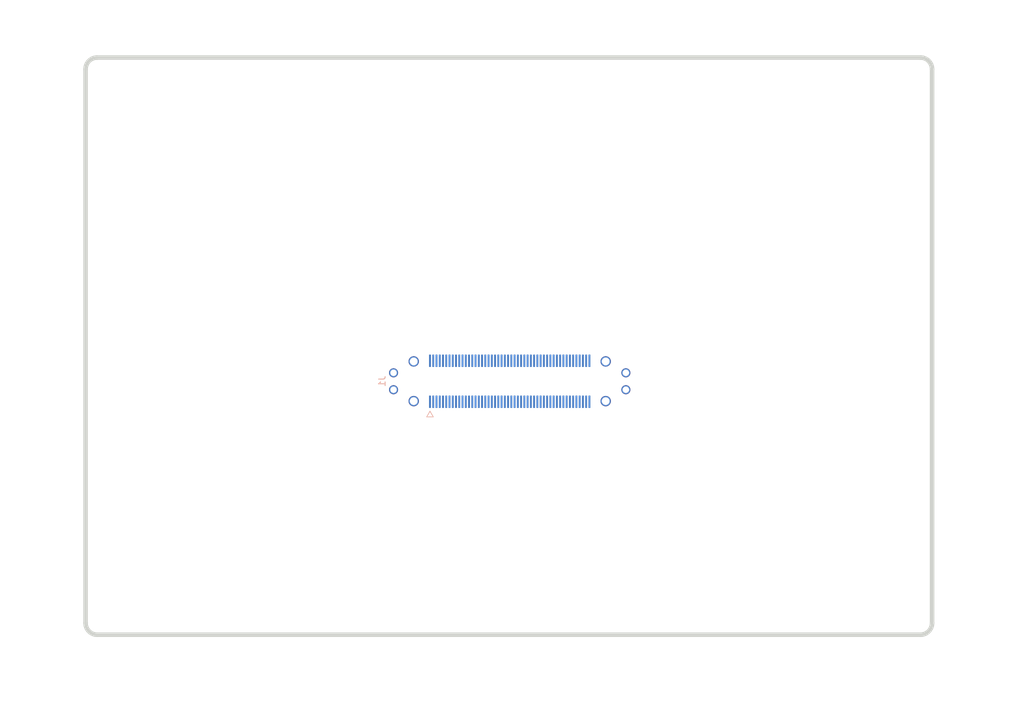
<source format=kicad_pcb>
(kicad_pcb (version 20211014) (generator pcbnew)
  (layers (0 "F.Cu" signal) (31 "B.Cu" signal) (34 "B.Paste" user) (35 "F.Paste" user) (36 "B.SilkS" user "B.Silkscreen") (37 "F.SilkS" user "F.Silkscreen") (38 "B.Mask" user) (39 "F.Mask" user) (44 "Edge.Cuts" user))
  (net 0 "")
  (net 1 "+3V3")
  (net 2 "/nPi_GPIO2")
  (net 3 "/PCIE_CLK_P")
  (net 4 "/nPi_GPIO3")
  (net 5 "/PCIE_CLK_N")
  (net 6 "/nPi_ID_SD")
  (net 7 "/nPi_ID_SC")
  (net 8 "/PCIE_RX_P")
  (net 9 "/PCIE_RX_N")
  (net 10 "/nPi_GPIO10")
  (net 11 "/nPi_GPIO9")
  (net 12 "/PCIE_TX_P")
  (net 13 "/nPi_GPIO11")
  (net 14 "/PCIE_TX_N")
  (net 15 "/nPi_GPIO8")
  (net 16 "/nPi_GPIO7")
  (net 17 "/PCIE_nRST")
  (net 18 "/PCIE_CLK_NREQ")
  (net 19 "/nPi_GPIO20")
  (net 20 "/nPi_GPIO19")
  (net 22 "/nPi_GPIO21")
  (net 24 "/nPi_GPIO17")
  (net 25 "/nPi_GPIO18")
  (net 27 "/nPi_GPIO16")
  (net 35 "/nPi_GPIO14")
  (net 37 "/nPi_GPIO15")
  (net 41 "/HUB_DM4")
  (net 42 "/nPi_GPIO4")
  (net 43 "/HUB_DP4")
  (net 44 "/nPi_GPIO5")
  (net 45 "/nPi_")
  (net 46 "/USB4_VBUS_EN")
  (net 47 "/nPi_GPIO12")
  (net 48 "/USB4_OVRCURn")
  (net 49 "/nPi_GPIO13")
  (net 51 "/nPi_GPIO22")
  (net 53 "/nPi_GPIO23")
  (net 54 "/nPi_GPIO24")
  (net 56 "/nPi_GPIO25")
  (net 58 "/nPi_GPIO26")
  (net 59 "/nPi_GPIO27")
  (net 60 "/nPIBOOT")
  (net 61 "/GLOBAL_EN")
  (net 63 "/RUN_PG")
  (net 72 "/TCT1")
  (net 76 "/TCT2")
  (net 80 "/TCT3")
  (net 83 "/DC_IN")
  (net 84 "/TCT4")
  (footprint "local:MountingHole_4.3mm_M4_NoCu" (layer "F.Cu") (at 60.999973 37 180)
    (fp_text reference "REF**" hide)
    (fp_text value "MountingHole_4.3mm_M4_NoCu")
    (pad "" np_thru_hole circle (at 0 0 180) (size 4.3 4.3) (drill 4.3) (layers *.Cu *.Mask))
  )
  (footprint "local:MountingHole_4.3mm_M4_NoCu" (layer "F.Cu") (at -61.000027 -37 180)
    (fp_text reference "REF**" hide)
    (fp_text value "MountingHole_4.3mm_M4_NoCu")
    (pad "" np_thru_hole circle (at 0 0 180) (size 4.3 4.3) (drill 4.3) (layers *.Cu *.Mask))
  )
  (footprint "local:MountingHole_4.3mm_M4_NoCu" (layer "F.Cu") (at 40.863946 5.4 180)
    (fp_text reference "REF**" hide)
    (fp_text value "MountingHole_4.3mm_M4_NoCu")
    (pad "" np_thru_hole circle (at 0 0 180) (size 4.3 4.3) (drill 4.3) (layers *.Cu *.Mask))
  )
  (footprint "local:MountingHole_4.3mm_M4_NoCu" (layer "F.Cu") (at -40.864 5.4 180)
    (fp_text reference "REF**" hide)
    (fp_text value "MountingHole_4.3mm_M4_NoCu")
    (pad "" np_thru_hole circle (at 0 0 180) (size 4.3 4.3) (drill 4.3) (layers *.Cu *.Mask))
  )
  (footprint "local:MountingHole_4.3mm_M4_NoCu" (layer "F.Cu") (at 60.999973 -37 180)
    (fp_text reference "REF**" hide)
    (fp_text value "MountingHole_4.3mm_M4_NoCu")
    (pad "" np_thru_hole circle (at 0 0 180) (size 4.3 4.3) (drill 4.3) (layers *.Cu *.Mask))
  )
  (footprint "local:MountingHole_4.3mm_M4_NoCu" (layer "F.Cu") (at -61.000027 37 180)
    (fp_text reference "REF**" hide)
    (fp_text value "MountingHole_4.3mm_M4_NoCu")
    (pad "" np_thru_hole circle (at 0 0 180) (size 4.3 4.3) (drill 4.3) (layers *.Cu *.Mask))
  )
  (footprint "local:FX23-100S" (layer "B.Cu") (at 0.136 5.4)
    (fp_text reference "J1" (at -19.6 0 90) (layer "B.SilkS") (effects (justify mirror)))
    (fp_text value "Hirose-FX23-100-reTerminal")
    (fp_line (start -12.25 4.599999) (end -11.75 5.465999) (layer "B.SilkS") (width 0.12))
    (fp_line (start -12.25 4.599999) (end -12.75 5.465999) (layer "B.SilkS") (width 0.12))
    (fp_line (start -12.75 5.465999) (end -11.75 5.465999) (layer "B.SilkS") (width 0.12))
    (pad "1" smd rect (at -12.25 3.15) (size 0.3 1.899999) (layers "B.Cu" "B.Paste" "B.Mask") (net 1 "+3V3"))
    (pad "2" smd rect (at -11.75 3.15) (size 0.3 1.899999) (layers "B.Cu" "B.Paste" "B.Mask") (net 1 "+3V3"))
    (pad "3" smd rect (at -11.25 3.15) (size 0.3 1.899999) (layers "B.Cu" "B.Paste" "B.Mask") (net 2 "/nPi_GPIO2"))
    (pad "4" smd rect (at -10.75 3.15) (size 0.3 1.899999) (layers "B.Cu" "B.Paste" "B.Mask") (net 3 "/PCIE_CLK_P"))
    (pad "5" smd rect (at -10.25 3.15) (size 0.3 1.899999) (layers "B.Cu" "B.Paste" "B.Mask") (net 4 "/nPi_GPIO3"))
    (pad "6" smd rect (at -9.75 3.15) (size 0.3 1.899999) (layers "B.Cu" "B.Paste" "B.Mask") (net 5 "/PCIE_CLK_N"))
    (pad "7" smd rect (at -9.25 3.15) (size 0.3 1.899999) (layers "B.Cu" "B.Paste" "B.Mask") (net 6 "/nPi_ID_SD"))
    (pad "8" smd rect (at -8.75 3.15) (size 0.3 1.899999) (layers "B.Cu" "B.Paste" "B.Mask") (net 1 "+3V3"))
    (pad "9" smd rect (at -8.25 3.15) (size 0.3 1.899999) (layers "B.Cu" "B.Paste" "B.Mask") (net 7 "/nPi_ID_SC"))
    (pad "10" smd rect (at -7.75 3.15) (size 0.3 1.899999) (layers "B.Cu" "B.Paste" "B.Mask") (net 8 "/PCIE_RX_P"))
    (pad "11" smd rect (at -7.25 3.15) (size 0.3 1.899999) (layers "B.Cu" "B.Paste" "B.Mask") (net 1 "+3V3"))
    (pad "12" smd rect (at -6.75 3.15) (size 0.3 1.899999) (layers "B.Cu" "B.Paste" "B.Mask") (net 9 "/PCIE_RX_N"))
    (pad "13" smd rect (at -6.25 3.15) (size 0.3 1.899999) (layers "B.Cu" "B.Paste" "B.Mask") (net 10 "/nPi_GPIO10"))
    (pad "14" smd rect (at -5.75 3.15) (size 0.3 1.899999) (layers "B.Cu" "B.Paste" "B.Mask") (net 1 "+3V3"))
    (pad "15" smd rect (at -5.25 3.15) (size 0.3 1.899999) (layers "B.Cu" "B.Paste" "B.Mask") (net 11 "/nPi_GPIO9"))
    (pad "16" smd rect (at -4.75 3.15) (size 0.3 1.899999) (layers "B.Cu" "B.Paste" "B.Mask") (net 12 "/PCIE_TX_P"))
    (pad "17" smd rect (at -4.25 3.15) (size 0.3 1.899999) (layers "B.Cu" "B.Paste" "B.Mask") (net 13 "/nPi_GPIO11"))
    (pad "18" smd rect (at -3.75 3.15) (size 0.3 1.899999) (layers "B.Cu" "B.Paste" "B.Mask") (net 14 "/PCIE_TX_N"))
    (pad "19" smd rect (at -3.25 3.15) (size 0.3 1.899999) (layers "B.Cu" "B.Paste" "B.Mask") (net 15 "/nPi_GPIO8"))
    (pad "20" smd rect (at -2.75 3.15) (size 0.3 1.899999) (layers "B.Cu" "B.Paste" "B.Mask") (net 1 "+3V3"))
    (pad "21" smd rect (at -2.25 3.15) (size 0.3 1.899999) (layers "B.Cu" "B.Paste" "B.Mask") (net 16 "/nPi_GPIO7"))
    (pad "22" smd rect (at -1.75 3.15) (size 0.3 1.899999) (layers "B.Cu" "B.Paste" "B.Mask") (net 17 "/PCIE_nRST"))
    (pad "23" smd rect (at -1.25 3.15) (size 0.3 1.899999) (layers "B.Cu" "B.Paste" "B.Mask") (net 1 "+3V3"))
    (pad "24" smd rect (at -0.75 3.15) (size 0.3 1.899999) (layers "B.Cu" "B.Paste" "B.Mask") (net 18 "/PCIE_CLK_NREQ"))
    (pad "25" smd rect (at -0.25 3.15) (size 0.3 1.899999) (layers "B.Cu" "B.Paste" "B.Mask") (net 19 "/nPi_GPIO20"))
    (pad "26" smd rect (at 0.25 3.15) (size 0.3 1.899999) (layers "B.Cu" "B.Paste" "B.Mask") (net 1 "+3V3"))
    (pad "27" smd rect (at 0.75 3.15) (size 0.3 1.899999) (layers "B.Cu" "B.Paste" "B.Mask") (net 20 "/nPi_GPIO19"))
    (pad "28" smd rect (at 1.25 3.15) (size 0.3 1.899999) (layers "B.Cu" "B.Paste" "B.Mask"))
    (pad "29" smd rect (at 1.75 3.15) (size 0.3 1.899999) (layers "B.Cu" "B.Paste" "B.Mask") (net 22 "/nPi_GPIO21"))
    (pad "30" smd rect (at 2.25 3.15) (size 0.3 1.899999) (layers "B.Cu" "B.Paste" "B.Mask"))
    (pad "31" smd rect (at 2.75 3.15) (size 0.3 1.899999) (layers "B.Cu" "B.Paste" "B.Mask") (net 24 "/nPi_GPIO17"))
    (pad "32" smd rect (at 3.25 3.15) (size 0.3 1.899999) (layers "B.Cu" "B.Paste" "B.Mask") (net 1 "+3V3"))
    (pad "33" smd rect (at 3.75 3.15) (size 0.3 1.899999) (layers "B.Cu" "B.Paste" "B.Mask") (net 25 "/nPi_GPIO18"))
    (pad "34" smd rect (at 4.25 3.15) (size 0.3 1.899999) (layers "B.Cu" "B.Paste" "B.Mask"))
    (pad "35" smd rect (at 4.75 3.15) (size 0.3 1.899999) (layers "B.Cu" "B.Paste" "B.Mask") (net 27 "/nPi_GPIO16"))
    (pad "36" smd rect (at 5.25 3.15) (size 0.3 1.899999) (layers "B.Cu" "B.Paste" "B.Mask"))
    (pad "37" smd rect (at 5.75 3.15) (size 0.3 1.899999) (layers "B.Cu" "B.Paste" "B.Mask"))
    (pad "38" smd rect (at 6.25 3.15) (size 0.3 1.899999) (layers "B.Cu" "B.Paste" "B.Mask") (net 1 "+3V3"))
    (pad "39" smd rect (at 6.75 3.15) (size 0.3 1.899999) (layers "B.Cu" "B.Paste" "B.Mask"))
    (pad "40" smd rect (at 7.25 3.15) (size 0.3 1.899999) (layers "B.Cu" "B.Paste" "B.Mask"))
    (pad "41" smd rect (at 7.75 3.15) (size 0.3 1.899999) (layers "B.Cu" "B.Paste" "B.Mask"))
    (pad "42" smd rect (at 8.25 3.15) (size 0.3 1.899999) (layers "B.Cu" "B.Paste" "B.Mask"))
    (pad "43" smd rect (at 8.75 3.15) (size 0.3 1.899999) (layers "B.Cu" "B.Paste" "B.Mask"))
    (pad "44" smd rect (at 9.25 3.15) (size 0.3 1.899999) (layers "B.Cu" "B.Paste" "B.Mask") (net 1 "+3V3"))
    (pad "45" smd rect (at 9.75 3.15) (size 0.3 1.899999) (layers "B.Cu" "B.Paste" "B.Mask") (net 35 "/nPi_GPIO14"))
    (pad "46" smd rect (at 10.25 3.15) (size 0.3 1.899999) (layers "B.Cu" "B.Paste" "B.Mask"))
    (pad "47" smd rect (at 10.75 3.15) (size 0.3 1.899999) (layers "B.Cu" "B.Paste" "B.Mask") (net 37 "/nPi_GPIO15"))
    (pad "48" smd rect (at 11.25 3.15) (size 0.3 1.899999) (layers "B.Cu" "B.Paste" "B.Mask"))
    (pad "49" smd rect (at 11.75 3.15) (size 0.3 1.899999) (layers "B.Cu" "B.Paste" "B.Mask"))
    (pad "50" smd rect (at 12.25 3.15) (size 0.3 1.899999) (layers "B.Cu" "B.Paste" "B.Mask") (net 1 "+3V3"))
    (pad "51" smd rect (at -12.25 -3.15) (size 0.3 1.899999) (layers "B.Cu" "B.Paste" "B.Mask"))
    (pad "52" smd rect (at -11.75 -3.15) (size 0.3 1.899999) (layers "B.Cu" "B.Paste" "B.Mask") (net 41 "/HUB_DM4"))
    (pad "53" smd rect (at -11.25 -3.15) (size 0.3 1.899999) (layers "B.Cu" "B.Paste" "B.Mask") (net 42 "/nPi_GPIO4"))
    (pad "54" smd rect (at -10.75 -3.15) (size 0.3 1.899999) (layers "B.Cu" "B.Paste" "B.Mask") (net 43 "/HUB_DP4"))
    (pad "55" smd rect (at -10.25 -3.15) (size 0.3 1.899999) (layers "B.Cu" "B.Paste" "B.Mask") (net 44 "/nPi_GPIO5"))
    (pad "56" smd rect (at -9.75 -3.15) (size 0.3 1.899999) (layers "B.Cu" "B.Paste" "B.Mask") (net 1 "+3V3"))
    (pad "57" smd rect (at -9.25 -3.15) (size 0.3 1.899999) (layers "B.Cu" "B.Paste" "B.Mask") (net 45 "/nPi_"))
    (pad "58" smd rect (at -8.75 -3.15) (size 0.3 1.899999) (layers "B.Cu" "B.Paste" "B.Mask") (net 46 "/USB4_VBUS_EN"))
    (pad "59" smd rect (at -8.25 -3.15) (size 0.3 1.899999) (layers "B.Cu" "B.Paste" "B.Mask") (net 47 "/nPi_GPIO12"))
    (pad "60" smd rect (at -7.75 -3.15) (size 0.3 1.899999) (layers "B.Cu" "B.Paste" "B.Mask") (net 48 "/USB4_OVRCURn"))
    (pad "61" smd rect (at -7.25 -3.15) (size 0.3 1.899999) (layers "B.Cu" "B.Paste" "B.Mask") (net 49 "/nPi_GPIO13"))
    (pad "62" smd rect (at -6.75 -3.15) (size 0.3 1.899999) (layers "B.Cu" "B.Paste" "B.Mask") (net 1 "+3V3"))
    (pad "63" smd rect (at -6.25 -3.15) (size 0.3 1.899999) (layers "B.Cu" "B.Paste" "B.Mask") (net 1 "+3V3"))
    (pad "64" smd rect (at -5.75 -3.15) (size 0.3 1.899999) (layers "B.Cu" "B.Paste" "B.Mask"))
    (pad "65" smd rect (at -5.25 -3.15) (size 0.3 1.899999) (layers "B.Cu" "B.Paste" "B.Mask") (net 51 "/nPi_GPIO22"))
    (pad "66" smd rect (at -4.75 -3.15) (size 0.3 1.899999) (layers "B.Cu" "B.Paste" "B.Mask"))
    (pad "67" smd rect (at -4.25 -3.15) (size 0.3 1.899999) (layers "B.Cu" "B.Paste" "B.Mask") (net 53 "/nPi_GPIO23"))
    (pad "68" smd rect (at -3.75 -3.15) (size 0.3 1.899999) (layers "B.Cu" "B.Paste" "B.Mask") (net 1 "+3V3"))
    (pad "69" smd rect (at -3.25 -3.15) (size 0.3 1.899999) (layers "B.Cu" "B.Paste" "B.Mask") (net 54 "/nPi_GPIO24"))
    (pad "70" smd rect (at -2.75 -3.15) (size 0.3 1.899999) (layers "B.Cu" "B.Paste" "B.Mask"))
    (pad "71" smd rect (at -2.25 -3.15) (size 0.3 1.899999) (layers "B.Cu" "B.Paste" "B.Mask") (net 56 "/nPi_GPIO25"))
    (pad "72" smd rect (at -1.75 -3.15) (size 0.3 1.899999) (layers "B.Cu" "B.Paste" "B.Mask"))
    (pad "73" smd rect (at -1.25 -3.15) (size 0.3 1.899999) (layers "B.Cu" "B.Paste" "B.Mask") (net 58 "/nPi_GPIO26"))
    (pad "74" smd rect (at -0.75 -3.15) (size 0.3 1.899999) (layers "B.Cu" "B.Paste" "B.Mask") (net 1 "+3V3"))
    (pad "75" smd rect (at -0.25 -3.15) (size 0.3 1.899999) (layers "B.Cu" "B.Paste" "B.Mask") (net 59 "/nPi_GPIO27"))
    (pad "76" smd rect (at 0.25 -3.15) (size 0.3 1.899999) (layers "B.Cu" "B.Paste" "B.Mask") (net 60 "/nPIBOOT"))
    (pad "77" smd rect (at 0.75 -3.15) (size 0.3 1.899999) (layers "B.Cu" "B.Paste" "B.Mask") (net 61 "/GLOBAL_EN"))
    (pad "78" smd rect (at 1.25 -3.15) (size 0.3 1.899999) (layers "B.Cu" "B.Paste" "B.Mask"))
    (pad "79" smd rect (at 1.75 -3.15) (size 0.3 1.899999) (layers "B.Cu" "B.Paste" "B.Mask") (net 63 "/RUN_PG"))
    (pad "80" smd rect (at 2.25 -3.15) (size 0.3 1.899999) (layers "B.Cu" "B.Paste" "B.Mask"))
    (pad "81" smd rect (at 2.75 -3.15) (size 0.3 1.899999) (layers "B.Cu" "B.Paste" "B.Mask"))
    (pad "82" smd rect (at 3.25 -3.15) (size 0.3 1.899999) (layers "B.Cu" "B.Paste" "B.Mask"))
    (pad "83" smd rect (at 3.75 -3.15) (size 0.3 1.899999) (layers "B.Cu" "B.Paste" "B.Mask"))
    (pad "84" smd rect (at 4.25 -3.15) (size 0.3 1.899999) (layers "B.Cu" "B.Paste" "B.Mask"))
    (pad "85" smd rect (at 4.75 -3.15) (size 0.3 1.899999) (layers "B.Cu" "B.Paste" "B.Mask"))
    (pad "86" smd rect (at 5.25 -3.15) (size 0.3 1.899999) (layers "B.Cu" "B.Paste" "B.Mask"))
    (pad "87" smd rect (at 5.75 -3.15) (size 0.3 1.899999) (layers "B.Cu" "B.Paste" "B.Mask"))
    (pad "88" smd rect (at 6.25 -3.15) (size 0.3 1.899999) (layers "B.Cu" "B.Paste" "B.Mask") (net 72 "/TCT1"))
    (pad "89" smd rect (at 6.75 -3.15) (size 0.3 1.899999) (layers "B.Cu" "B.Paste" "B.Mask"))
    (pad "90" smd rect (at 7.25 -3.15) (size 0.3 1.899999) (layers "B.Cu" "B.Paste" "B.Mask"))
    (pad "91" smd rect (at 7.75 -3.15) (size 0.3 1.899999) (layers "B.Cu" "B.Paste" "B.Mask"))
    (pad "92" smd rect (at 8.25 -3.15) (size 0.3 1.899999) (layers "B.Cu" "B.Paste" "B.Mask") (net 76 "/TCT2"))
    (pad "93" smd rect (at 8.75 -3.15) (size 0.3 1.899999) (layers "B.Cu" "B.Paste" "B.Mask"))
    (pad "94" smd rect (at 9.25 -3.15) (size 0.3 1.899999) (layers "B.Cu" "B.Paste" "B.Mask"))
    (pad "95" smd rect (at 9.75 -3.15) (size 0.3 1.899999) (layers "B.Cu" "B.Paste" "B.Mask"))
    (pad "96" smd rect (at 10.25 -3.15) (size 0.3 1.899999) (layers "B.Cu" "B.Paste" "B.Mask") (net 80 "/TCT3"))
    (pad "97" smd rect (at 10.75 -3.15) (size 0.3 1.899999) (layers "B.Cu" "B.Paste" "B.Mask"))
    (pad "98" smd rect (at 11.25 -3.15) (size 0.3 1.899999) (layers "B.Cu" "B.Paste" "B.Mask"))
    (pad "99" smd rect (at 11.75 -3.15) (size 0.3 1.899999) (layers "B.Cu" "B.Paste" "B.Mask") (net 83 "/DC_IN"))
    (pad "100" smd rect (at 12.25 -3.15) (size 0.3 1.899999) (layers "B.Cu" "B.Paste" "B.Mask") (net 84 "/TCT4"))
    (pad "Power1" thru_hole circle (at -14.75 3.05) (size 1.6 1.6) (drill 1.2) (layers *.Cu *.Mask) (net 1 "+3V3"))
    (pad "Power2" thru_hole circle (at 14.75 3.05) (size 1.6 1.6) (drill 1.2) (layers *.Cu *.Mask) (net 1 "+3V3"))
    (pad "Power3" thru_hole circle (at -14.75 -3.05) (size 1.6 1.6) (drill 1.2) (layers *.Cu *.Mask) (net 1 "+3V3"))
    (pad "Power4" thru_hole circle (at 14.75 -3.05) (size 1.6 1.6) (drill 1.2) (layers *.Cu *.Mask) (net 1 "+3V3"))
    (pad "~" thru_hole circle (at -17.85 -1.3) (size 1.4 1.4) (drill 1) (layers *.Cu *.Mask))
    (pad "~" thru_hole circle (at -17.85 1.3) (size 1.4 1.4) (drill 1) (layers *.Cu *.Mask))
    (pad "~" thru_hole circle (at 17.85 -1.3) (size 1.4 1.4) (drill 1) (layers *.Cu *.Mask))
    (pad "~" thru_hole circle (at 17.85 1.3) (size 1.4 1.4) (drill 1) (layers *.Cu *.Mask))
  )
  (gr_curve (pts (xy 64.861177 43.32764) (xy 64.801901 43.451122) (xy 64.728747 43.569423) (xy 64.644872 43.675708)) (layer "Edge.Cuts") (width 0.7))
  (gr_line (start -63.316632 44.342701) (end 63.316579 44.342701) (layer "Edge.Cuts") (width 0.7))
  (gr_curve (pts (xy 64.649852 -43.6693) (xy 64.73227 -43.564002) (xy 64.804274 -43.447207) (xy 64.862683 -43.324684)) (layer "Edge.Cuts") (width 0.7))
  (gr_curve (pts (xy 63.663626 44.302108) (xy 63.544435 44.330889) (xy 63.429812 44.344214) (xy 63.316579 44.342701)) (layer "Edge.Cuts") (width 0.7))
  (gr_curve (pts (xy 64.862683 -43.324684) (xy 64.921092 -43.202161) (xy 64.965905 -43.07391) (xy 64.995975 -42.943802)) (layer "Edge.Cuts") (width 0.7))
  (gr_curve (pts (xy -64.362244 -43.959119) (xy -64.258034 -44.041974) (xy -64.144212 -44.113413) (xy -64.025421 -44.171251)) (layer "Edge.Cuts") (width 0.7))
  (gr_line (start -65.041433 -42.546621) (end -65.041433 42.546621) (layer "Edge.Cuts") (width 0.7))
  (gr_curve (pts (xy -64.862737 43.324684) (xy -64.921146 43.202161) (xy -64.965959 43.07391) (xy -64.996029 42.943802)) (layer "Edge.Cuts") (width 0.7))
  (gr_curve (pts (xy 64.025367 44.171251) (xy 63.906577 44.22909) (xy 63.782817 44.273327) (xy 63.663626 44.302108)) (layer "Edge.Cuts") (width 0.7))
  (gr_curve (pts (xy 64.995975 -42.943802) (xy 65.026046 -42.813695) (xy 65.041375 -42.681732) (xy 65.041379 -42.546621)) (layer "Edge.Cuts") (width 0.7))
  (gr_curve (pts (xy -64.861231 -43.32764) (xy -64.801955 -43.451122) (xy -64.728801 -43.569423) (xy -64.644926 -43.675708)) (layer "Edge.Cuts") (width 0.7))
  (gr_curve (pts (xy 63.673246 -44.299798) (xy 63.794574 -44.270113) (xy 63.91942 -44.22396) (xy 64.038094 -44.164949)) (layer "Edge.Cuts") (width 0.7))
  (gr_curve (pts (xy -64.038148 44.164949) (xy -64.156822 44.105939) (xy -64.269324 44.034072) (xy -64.371991 43.951237)) (layer "Edge.Cuts") (width 0.7))
  (gr_curve (pts (xy -63.316632 44.342701) (xy -63.434162 44.342701) (xy -63.551972 44.329483) (xy -63.6733 44.299798)) (layer "Edge.Cuts") (width 0.7))
  (gr_curve (pts (xy -64.644926 -43.675708) (xy -64.561051 -43.781994) (xy -64.466454 -43.876264) (xy -64.362244 -43.959119)) (layer "Edge.Cuts") (width 0.7))
  (gr_curve (pts (xy -64.371991 43.951237) (xy -64.474657 43.868402) (xy -64.567489 43.774599) (xy -64.649906 43.6693)) (layer "Edge.Cuts") (width 0.7))
  (gr_line (start 63.316578 -44.342701) (end -63.316633 -44.342701) (layer "Edge.Cuts") (width 0.7))
  (gr_curve (pts (xy -65.041433 -42.546621) (xy -65.041237 -42.68201) (xy -65.026272 -42.814422) (xy -64.996089 -42.944959)) (layer "Edge.Cuts") (width 0.7))
  (gr_curve (pts (xy 64.996035 42.944959) (xy 64.965853 43.075496) (xy 64.920453 43.204158) (xy 64.861177 43.32764)) (layer "Edge.Cuts") (width 0.7))
  (gr_curve (pts (xy 64.36219 43.959119) (xy 64.25798 44.041974) (xy 64.144158 44.113413) (xy 64.025367 44.171251)) (layer "Edge.Cuts") (width 0.7))
  (gr_curve (pts (xy -64.996029 42.943802) (xy -65.0261 42.813695) (xy -65.041429 42.681732) (xy -65.041433 42.546621)) (layer "Edge.Cuts") (width 0.7))
  (gr_curve (pts (xy 64.644872 43.675708) (xy 64.560997 43.781994) (xy 64.4664 43.876264) (xy 64.36219 43.959119)) (layer "Edge.Cuts") (width 0.7))
  (gr_line (start 65.041379 42.546621) (end 65.041379 -42.546621) (layer "Edge.Cuts") (width 0.7))
  (gr_curve (pts (xy -64.996089 -42.944959) (xy -64.965907 -43.075496) (xy -64.920507 -43.204158) (xy -64.861231 -43.32764)) (layer "Edge.Cuts") (width 0.7))
  (gr_curve (pts (xy -63.66368 -44.302108) (xy -63.544489 -44.330889) (xy -63.429866 -44.344214) (xy -63.316633 -44.342701)) (layer "Edge.Cuts") (width 0.7))
  (gr_curve (pts (xy 64.371937 -43.951237) (xy 64.474603 -43.868402) (xy 64.567435 -43.774599) (xy 64.649852 -43.6693)) (layer "Edge.Cuts") (width 0.7))
  (gr_curve (pts (xy 63.316578 -44.342701) (xy 63.434108 -44.342701) (xy 63.551918 -44.329483) (xy 63.673246 -44.299798)) (layer "Edge.Cuts") (width 0.7))
  (gr_curve (pts (xy -63.6733 44.299798) (xy -63.794628 44.270113) (xy -63.919474 44.22396) (xy -64.038148 44.164949)) (layer "Edge.Cuts") (width 0.7))
  (gr_curve (pts (xy 64.038094 -44.164949) (xy 64.156768 -44.105939) (xy 64.26927 -44.034072) (xy 64.371937 -43.951237)) (layer "Edge.Cuts") (width 0.7))
  (gr_curve (pts (xy 65.041379 42.546621) (xy 65.041183 42.68201) (xy 65.026218 42.814422) (xy 64.996035 42.944959)) (layer "Edge.Cuts") (width 0.7))
  (gr_curve (pts (xy -64.649906 43.6693) (xy -64.732324 43.564002) (xy -64.804328 43.447207) (xy -64.862737 43.324684)) (layer "Edge.Cuts") (width 0.7))
  (gr_curve (pts (xy -64.025421 -44.171251) (xy -63.906631 -44.22909) (xy -63.782871 -44.273327) (xy -63.66368 -44.302108)) (layer "Edge.Cuts") (width 0.7))
)
</source>
